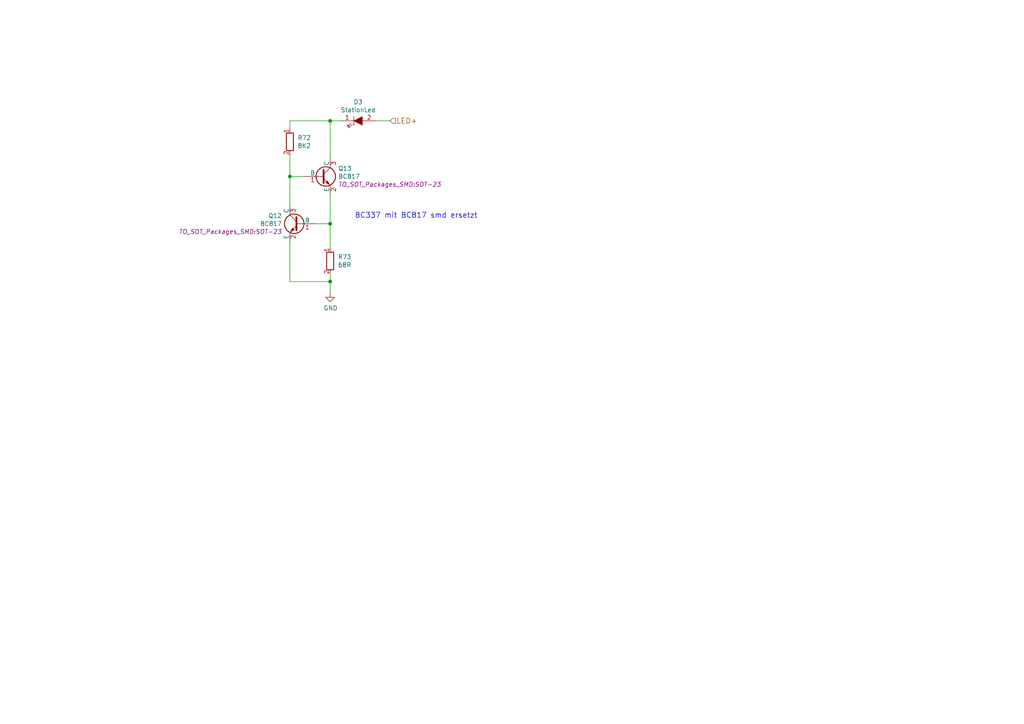
<source format=kicad_sch>
(kicad_sch (version 20201015) (generator eeschema)
  (paper "A4")
  (title_block (title "Ardumower shield SVN Version") (date "2021-01-07") (rev "1.4") (company "ML AG JL UZ") (comment 1 "Unterspannungsschutz von AlexanderG"))
  (lib_symbols
    (symbol "ardumower-mega-shield-svn-rescue:BC817-40-RESCUE-ardumower_mega_shield_svn" (pin_names (offset 0))
      (property "Reference" "Q" (at 5.08 1.905 0))
      (property "Value" "BC817-40-RESCUE-ardumower_mega_shield_svn" (at 5.08 0 0))
      (symbol "BC817-40-RESCUE-ardumower_mega_shield_svn_0_1"
        (circle (center 1.27 0) (radius 2.8194) (stroke (width 0.254)))
        (polyline (pts (xy 0 0) (xy 0.635 0)))
        (polyline (pts (xy 2.54 2.54) (xy 0.635 0.635)))
        (polyline (pts (xy 0.635 -0.635) (xy 2.54 -2.54) (xy 2.54 -2.54)))
        (polyline (pts (xy 0.635 1.905) (xy 0.635 -1.905) (xy 0.635 -1.905)) (stroke (width 0.508)))
        (polyline (pts (xy 1.27 -1.778) (xy 1.778 -1.27) (xy 2.286 -2.286) (xy 1.27 -1.778) (xy 1.27 -1.778)) (fill (type outline)))
      )
      (symbol "BC817-40-RESCUE-ardumower_mega_shield_svn_1_1"
        (pin input line (at -5.08 0 0) (length 5.08) (name "B") (number "1"))
        (pin passive line (at 2.54 -5.08 90) (length 2.54) (name "E") (number "2"))
        (pin passive line (at 2.54 5.08 270) (length 2.54) (name "C") (number "3"))
      )
    )
    (symbol "ardumower-mega-shield-svn-rescue:GND-RESCUE-ardumower_mega_shield_svn" (power) (pin_names (offset 0))
      (property "Value" "GND-RESCUE-ardumower_mega_shield_svn" (at 0 -3.81 0))
      (symbol "GND-RESCUE-ardumower_mega_shield_svn_0_1"
        (polyline (pts (xy 0 0) (xy 0 -1.27) (xy 1.27 -1.27) (xy 0 -2.54) (xy -1.27 -1.27) (xy 0 -1.27)))
      )
      (symbol "GND-RESCUE-ardumower_mega_shield_svn_1_1"
        (pin power_in line (at 0 0 270) (length 0) hide (name "GND") (number "1"))
      )
    )
    (symbol "ardumower-mega-shield-svn-rescue:LED-RESCUE-ardumower_mega_shield_svn" (pin_names hide)
      (property "Reference" "D" (at 0 2.54 0))
      (property "Value" "LED-RESCUE-ardumower_mega_shield_svn" (at 0 -2.54 0))
      (symbol "LED-RESCUE-ardumower_mega_shield_svn_0_1"
        (polyline (pts (xy -1.27 1.27) (xy -1.27 -1.27)))
        (polyline (pts (xy -2.032 -0.635) (xy -3.175 -1.651) (xy -3.048 -1.016)))
        (polyline (pts (xy -1.651 -1.016) (xy -2.794 -2.032) (xy -2.667 -1.397)))
        (polyline (pts (xy 1.27 1.27) (xy -1.27 0) (xy 1.27 -1.27)) (fill (type outline)))
      )
      (symbol "LED-RESCUE-ardumower_mega_shield_svn_1_1"
        (pin passive line (at -5.08 0 0) (length 3.81) (name "K") (number "1"))
        (pin passive line (at 5.08 0 180) (length 3.81) (name "A") (number "2"))
      )
    )
    (symbol "ardumower-mega-shield-svn-rescue:R-RESCUE-ardumower_mega_shield_svn" (pin_names (offset 0))
      (property "Reference" "R" (at 2.032 0 90))
      (property "Value" "R-RESCUE-ardumower_mega_shield_svn" (at 0 0 90))
      (symbol "R-RESCUE-ardumower_mega_shield_svn_0_1"
        (rectangle (start -1.016 -2.54) (end 1.016 2.54) (stroke (width 0.254)))
      )
      (symbol "R-RESCUE-ardumower_mega_shield_svn_1_1"
        (pin passive line (at 0 3.81 270) (length 1.27) (name "~") (number "1"))
        (pin passive line (at 0 -3.81 90) (length 1.27) (name "~") (number "2"))
      )
    )
  )
  (junction (at 84.074 51.181) (diameter 0.9144))
  (junction (at 95.758 35.052) (diameter 0.9144))
  (junction (at 95.758 64.897) (diameter 0.9144))
  (junction (at 95.758 81.661) (diameter 0.9144))
  (wire (pts (xy 84.074 35.052) (xy 95.758 35.052)))
  (wire (pts (xy 84.074 37.338) (xy 84.074 35.052)))
  (wire (pts (xy 84.074 44.958) (xy 84.074 51.181)))
  (wire (pts (xy 84.074 51.181) (xy 84.074 59.817)))
  (wire (pts (xy 84.074 81.661) (xy 84.074 69.977)))
  (wire (pts (xy 88.138 51.181) (xy 84.074 51.181)))
  (wire (pts (xy 91.694 64.897) (xy 95.758 64.897)))
  (wire (pts (xy 95.758 35.052) (xy 95.758 46.101)))
  (wire (pts (xy 95.758 35.052) (xy 98.806 35.052)))
  (wire (pts (xy 95.758 56.261) (xy 95.758 64.897)))
  (wire (pts (xy 95.758 64.897) (xy 95.758 71.882)))
  (wire (pts (xy 95.758 79.502) (xy 95.758 81.661)))
  (wire (pts (xy 95.758 81.661) (xy 84.074 81.661)))
  (wire (pts (xy 95.758 81.661) (xy 95.758 84.963)))
  (wire (pts (xy 108.966 35.052) (xy 113.157 35.052)))
  (image (at -70.612 63.119) (scale 2))
  (text "[18:58:55] Jürgen Lange: was hälst du von einem bc337 ein netter aller welt type" (at -210.058 117.983 0) (effects (font (size 2.9972 2.9972)) (justify left bottom)))
  (text "BC817; BC817W; BC337: 45 V, 500 mA NPN \n\nsot323" (at -71.374 138.43 0) (effects (font (size 1.524 1.524)) (justify left bottom)))
  (text "BC337 mit BC817 smd ersetzt" (at 102.87 63.5 0) (effects (font (size 1.524 1.524)) (justify left bottom)))
  (hierarchical_label "LED+" (shape input) (at 113.157 35.052 0) (effects (font (size 1.524 1.524))))
  (symbol (lib_id "ardumower-mega-shield-svn-rescue:GND-RESCUE-ardumower_mega_shield_svn") (at 95.758 84.963 0) (unit 1)
    (property "Reference" "#PWR0274" (effects hide))
    (property "Value" "GND" (at 95.885 89.3572 0))
  )
  (symbol (lib_id "ardumower-mega-shield-svn-rescue:R-RESCUE-ardumower_mega_shield_svn") (at 84.074 41.148 0) (unit 1)
    (property "Reference" "R72" (at 86.3092 39.9796 0) (effects (justify left)))
    (property "Value" "8K2" (at 86.3092 42.291 0) (effects (justify left)))
    (property "Footprint" "Zimprich:R_1206" (effects hide))
    (property "Gehäuseart" "1206" (effects hide))
    (property "Bestelllink" "https://www.reichelt.de/de/en/smd-resistor-1206-8-2-kohm-125-mw-1--rnd-1206-1-8-2k-p183393.html?GROUPID=7974&SEARCH=rnd%2B1206%2B1%2B8%252C2k&&r=1" (effects hide))
    (property "Technische Daten" "SMD Resistor 1206, 8.2 kOhm, 125 mW, 1%" (effects hide))
    (property "Bestellnummer" "R: RND 1206 1 8,2K" (effects hide))
    (property "Funktion" "SMD Resistor 1206, 8.2 kOhm, 125 mW, 1%" (effects hide))
    (property "Hersteller" "Value" (effects hide))
    (property "Hersteller Bestellnummer" "Value" (effects hide))
    (property "Bestücken (Assemble)" "JA (YES)" (effects hide))
    (property "Reichelt-Bestellnummer" "R: RND 1206 1 8,2K" (effects hide))
  )
  (symbol (lib_id "ardumower-mega-shield-svn-rescue:R-RESCUE-ardumower_mega_shield_svn") (at 95.758 75.692 0) (unit 1)
    (property "Reference" "R73" (at 97.9932 74.5236 0) (effects (justify left)))
    (property "Value" "68R" (at 97.9932 76.835 0) (effects (justify left)))
    (property "Footprint" "Zimprich:R_1206" (effects hide))
    (property "Gehäuseart" "1206" (effects hide))
    (property "Bestelllink" "https://www.reichelt.de/de/en/smd-resistor-1206-68-ohm-125-mw-1--rnd-1206-1-68-p183346.html?GROUPID=7973&SEARCH=rnd%2B1206%2B1%2B68%252C0&&r=1" (effects hide))
    (property "Technische Daten" "SMD Resistor 1206, 68 Ohm, 125 mW, 1%" (effects hide))
    (property "Bestellnummer" "R: RND 1206 1 68" (effects hide))
    (property "Funktion" "SMD Resistor 1206, 68 Ohm, 125 mW, 1%" (effects hide))
    (property "Hersteller" "Value" (effects hide))
    (property "Hersteller Bestellnummer" "Value" (effects hide))
    (property "Bestücken (Assemble)" "JA (YES)" (effects hide))
    (property "Reichelt-Bestellnummer" "R: RND 1206 1 68" (effects hide))
  )
  (symbol (lib_id "ardumower-mega-shield-svn-rescue:LED-RESCUE-ardumower_mega_shield_svn") (at 103.886 35.052 0) (unit 1)
    (property "Reference" "D3" (at 103.886 29.591 0))
    (property "Value" "StationLed" (at 103.886 31.9024 0))
    (property "Footprint" "LEDs:LED_1206" (effects hide))
    (property "Bestelllink" "https://www.reichelt.de/de/en/yellow-smd-led-with-dome-lens-300-mcd-smd-led-1206k-ge-p54088.html?GROUPID=3035&SEARCH=LED%2B1206&&r=1" (effects hide))
    (property "Technische Daten" "Yellow SMD LED with dome lens, 300 mcd" (effects hide))
    (property "Bestellnummer" "R: SMD-LED 1206K GE" (effects hide))
    (property "Bestücken (Assemble)" "JA (YES)" (effects hide))
    (property "Funktion" "Yellow SMD LED with dome lens, 300 mcd" (effects hide))
    (property "Reichelt-Bestellnummer" "R: SMD-LED 1206K GE" (effects hide))
  )
  (symbol (lib_id "ardumower-mega-shield-svn-rescue:BC817-40-RESCUE-ardumower_mega_shield_svn") (at 86.614 64.897 0) (mirror y) (unit 1)
    (property "Reference" "Q12" (at 81.7626 62.5856 0) (effects (justify left)))
    (property "Value" "BC817" (at 81.7626 64.897 0) (effects (justify left)))
    (property "Footprint" "TO_SOT_Packages_SMD:SOT-23" (at 81.7626 67.2084 0) (effects (font italic) (justify left)))
    (property "Bestelllink" "https://www.reichelt.de/SB-SKE-4F-Dioden/S-1G-SMD/3/index.html?ACTION=3&LA=446&ARTICLE=95354&GROUPID=2991&artnr=S+1G+SMD&SEARCH=S%2B1G%2BSMD" (effects hide))
    (property "Bestellnummer" "R: BC 817-40 SMD" (effects hide))
    (property "Bestücken (Assemble)" "JA (YES)" (effects hide))
    (property "Funktion" "Transistor SMD NPN SOT-23 45 V 0.5 A 0.25 W" (effects hide))
    (property "Gehäuseart" "SOT-23" (effects hide))
    (property "Reichelt-Bestellnummer" "R: BC 817-40 SMD" (effects hide))
    (property "Technische Daten" "Transistor SMD NPN SOT-23 45 V 0.5 A 0.25 W" (effects hide))
  )
  (symbol (lib_id "ardumower-mega-shield-svn-rescue:BC817-40-RESCUE-ardumower_mega_shield_svn") (at 93.218 51.181 0) (unit 1)
    (property "Reference" "Q13" (at 98.0694 48.8696 0) (effects (justify left)))
    (property "Value" "BC817" (at 98.0694 51.181 0) (effects (justify left)))
    (property "Footprint" "TO_SOT_Packages_SMD:SOT-23" (at 98.0694 53.4924 0) (effects (font italic) (justify left)))
    (property "Bestelllink" "https://www.reichelt.de/SB-SKE-4F-Dioden/S-1G-SMD/3/index.html?ACTION=3&LA=446&ARTICLE=95354&GROUPID=2991&artnr=S+1G+SMD&SEARCH=S%2B1G%2BSMD" (effects hide))
    (property "Bestellnummer" "R: BC 817-40 SMD" (effects hide))
    (property "Bestücken (Assemble)" "JA (YES)" (effects hide))
    (property "Funktion" "Transistor SMD NPN SOT-23 45 V 0.5 A 0.25 W" (effects hide))
    (property "Gehäuseart" "SOT-23" (effects hide))
    (property "Reichelt-Bestellnummer" "R: BC 817-40 SMD" (effects hide))
    (property "Technische Daten" "Transistor SMD NPN SOT-23 45 V 0.5 A 0.25 W" (effects hide))
  )
)
</source>
